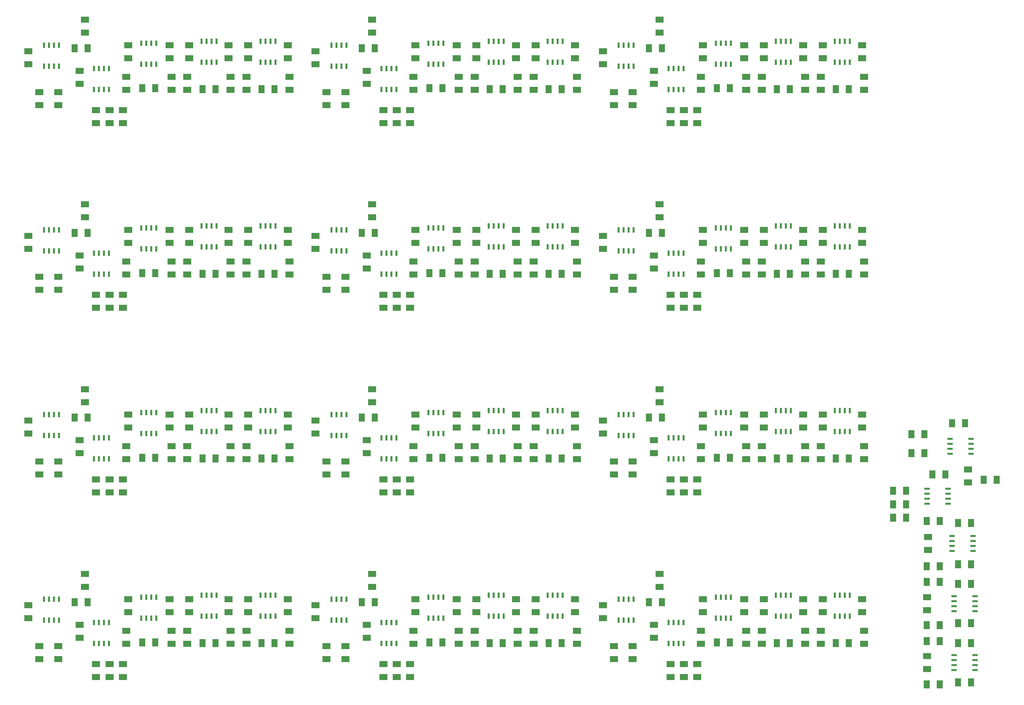
<source format=gtp>
%FSLAX34Y34*%
G04 Gerber Fmt 3.4, Leading zero omitted, Abs format*
G04 (created by PCBNEW (2013-12-18 BZR 4557)-product) date mar 24 dic 2013 13:02:53 CLST*
%MOIN*%
G01*
G70*
G90*
G04 APERTURE LIST*
%ADD10C,0.005906*%
%ADD11R,0.023600X0.055100*%
%ADD12R,0.080000X0.060000*%
%ADD13R,0.060000X0.080000*%
%ADD14R,0.055100X0.023600*%
G04 APERTURE END LIST*
G54D10*
G54D11*
X81415Y-30544D03*
X81415Y-32644D03*
X81915Y-30544D03*
X82415Y-30544D03*
X82915Y-30544D03*
X81915Y-32644D03*
X82415Y-32644D03*
X82915Y-32644D03*
X87320Y-30544D03*
X87320Y-32644D03*
X87820Y-30544D03*
X88320Y-30544D03*
X88820Y-30544D03*
X87820Y-32644D03*
X88320Y-32644D03*
X88820Y-32644D03*
X75391Y-30741D03*
X75391Y-32841D03*
X75891Y-30741D03*
X76391Y-30741D03*
X76891Y-30741D03*
X75891Y-32841D03*
X76391Y-32841D03*
X76891Y-32841D03*
X65667Y-30938D03*
X65667Y-33038D03*
X66167Y-30938D03*
X66667Y-30938D03*
X67167Y-30938D03*
X66167Y-33038D03*
X66667Y-33038D03*
X67167Y-33038D03*
X70667Y-33261D03*
X70667Y-35361D03*
X71167Y-33261D03*
X71667Y-33261D03*
X72167Y-33261D03*
X71167Y-35361D03*
X71667Y-35361D03*
X72167Y-35361D03*
G54D12*
X85905Y-35394D03*
X85905Y-34094D03*
X80000Y-35394D03*
X80000Y-34094D03*
X73897Y-35394D03*
X73897Y-34094D03*
X78425Y-35394D03*
X78425Y-34094D03*
X90236Y-35394D03*
X90236Y-34094D03*
X84330Y-35394D03*
X84330Y-34094D03*
G54D13*
X81515Y-35334D03*
X82815Y-35334D03*
X87420Y-35334D03*
X88720Y-35334D03*
X75491Y-35255D03*
X76791Y-35255D03*
X68720Y-31240D03*
X70020Y-31240D03*
G54D12*
X65196Y-36929D03*
X65196Y-35629D03*
X90039Y-32244D03*
X90039Y-30944D03*
X78228Y-32244D03*
X78228Y-30944D03*
X84133Y-32244D03*
X84133Y-30944D03*
X80196Y-32244D03*
X80196Y-30944D03*
X86102Y-32244D03*
X86102Y-30944D03*
X74094Y-32244D03*
X74094Y-30944D03*
X69763Y-29685D03*
X69763Y-28385D03*
X67086Y-36929D03*
X67086Y-35629D03*
X69212Y-34803D03*
X69212Y-33503D03*
X73543Y-38740D03*
X73543Y-37440D03*
X64094Y-31535D03*
X64094Y-32835D03*
X72204Y-38740D03*
X72204Y-37440D03*
X70866Y-38740D03*
X70866Y-37440D03*
X70866Y-57244D03*
X70866Y-55944D03*
X72204Y-57244D03*
X72204Y-55944D03*
X64094Y-50038D03*
X64094Y-51338D03*
X73543Y-57244D03*
X73543Y-55944D03*
X69212Y-53307D03*
X69212Y-52007D03*
X67086Y-55433D03*
X67086Y-54133D03*
X69763Y-48189D03*
X69763Y-46889D03*
X74094Y-50748D03*
X74094Y-49448D03*
X86102Y-50748D03*
X86102Y-49448D03*
X80196Y-50748D03*
X80196Y-49448D03*
X84133Y-50748D03*
X84133Y-49448D03*
X78228Y-50748D03*
X78228Y-49448D03*
X90039Y-50748D03*
X90039Y-49448D03*
X65196Y-55433D03*
X65196Y-54133D03*
G54D13*
X68720Y-49744D03*
X70020Y-49744D03*
X75491Y-53759D03*
X76791Y-53759D03*
X87420Y-53838D03*
X88720Y-53838D03*
X81515Y-53838D03*
X82815Y-53838D03*
G54D12*
X84330Y-53898D03*
X84330Y-52598D03*
X90236Y-53898D03*
X90236Y-52598D03*
X78425Y-53898D03*
X78425Y-52598D03*
X73897Y-53898D03*
X73897Y-52598D03*
X80000Y-53898D03*
X80000Y-52598D03*
X85905Y-53898D03*
X85905Y-52598D03*
G54D11*
X70667Y-51764D03*
X70667Y-53864D03*
X71167Y-51764D03*
X71667Y-51764D03*
X72167Y-51764D03*
X71167Y-53864D03*
X71667Y-53864D03*
X72167Y-53864D03*
X65667Y-49442D03*
X65667Y-51542D03*
X66167Y-49442D03*
X66667Y-49442D03*
X67167Y-49442D03*
X66167Y-51542D03*
X66667Y-51542D03*
X67167Y-51542D03*
X75391Y-49245D03*
X75391Y-51345D03*
X75891Y-49245D03*
X76391Y-49245D03*
X76891Y-49245D03*
X75891Y-51345D03*
X76391Y-51345D03*
X76891Y-51345D03*
X87320Y-49048D03*
X87320Y-51148D03*
X87820Y-49048D03*
X88320Y-49048D03*
X88820Y-49048D03*
X87820Y-51148D03*
X88320Y-51148D03*
X88820Y-51148D03*
X81415Y-49048D03*
X81415Y-51148D03*
X81915Y-49048D03*
X82415Y-49048D03*
X82915Y-49048D03*
X81915Y-51148D03*
X82415Y-51148D03*
X82915Y-51148D03*
G54D12*
X70866Y-20236D03*
X70866Y-18936D03*
X72204Y-20236D03*
X72204Y-18936D03*
X64094Y-13031D03*
X64094Y-14331D03*
X73543Y-20236D03*
X73543Y-18936D03*
X69212Y-16299D03*
X69212Y-14999D03*
X67086Y-18425D03*
X67086Y-17125D03*
X69763Y-11181D03*
X69763Y-9881D03*
X74094Y-13740D03*
X74094Y-12440D03*
X86102Y-13740D03*
X86102Y-12440D03*
X80196Y-13740D03*
X80196Y-12440D03*
X84133Y-13740D03*
X84133Y-12440D03*
X78228Y-13740D03*
X78228Y-12440D03*
X90039Y-13740D03*
X90039Y-12440D03*
X65196Y-18425D03*
X65196Y-17125D03*
G54D13*
X68720Y-12736D03*
X70020Y-12736D03*
X75491Y-16751D03*
X76791Y-16751D03*
X87420Y-16830D03*
X88720Y-16830D03*
X81515Y-16830D03*
X82815Y-16830D03*
G54D12*
X84330Y-16890D03*
X84330Y-15590D03*
X90236Y-16890D03*
X90236Y-15590D03*
X78425Y-16890D03*
X78425Y-15590D03*
X73897Y-16890D03*
X73897Y-15590D03*
X80000Y-16890D03*
X80000Y-15590D03*
X85905Y-16890D03*
X85905Y-15590D03*
G54D11*
X70667Y-14757D03*
X70667Y-16857D03*
X71167Y-14757D03*
X71667Y-14757D03*
X72167Y-14757D03*
X71167Y-16857D03*
X71667Y-16857D03*
X72167Y-16857D03*
X65667Y-12434D03*
X65667Y-14534D03*
X66167Y-12434D03*
X66667Y-12434D03*
X67167Y-12434D03*
X66167Y-14534D03*
X66667Y-14534D03*
X67167Y-14534D03*
X75391Y-12237D03*
X75391Y-14337D03*
X75891Y-12237D03*
X76391Y-12237D03*
X76891Y-12237D03*
X75891Y-14337D03*
X76391Y-14337D03*
X76891Y-14337D03*
X87320Y-12040D03*
X87320Y-14140D03*
X87820Y-12040D03*
X88320Y-12040D03*
X88820Y-12040D03*
X87820Y-14140D03*
X88320Y-14140D03*
X88820Y-14140D03*
X81415Y-12040D03*
X81415Y-14140D03*
X81915Y-12040D03*
X82415Y-12040D03*
X82915Y-12040D03*
X81915Y-14140D03*
X82415Y-14140D03*
X82915Y-14140D03*
G54D13*
X93149Y-57086D03*
X94449Y-57086D03*
X93149Y-58425D03*
X94449Y-58425D03*
X100354Y-50314D03*
X99054Y-50314D03*
X93149Y-59763D03*
X94449Y-59763D03*
X97086Y-55433D03*
X98386Y-55433D03*
X94960Y-53307D03*
X96260Y-53307D03*
X102204Y-55984D03*
X103504Y-55984D03*
X99645Y-60314D03*
X100945Y-60314D03*
X99645Y-72322D03*
X100945Y-72322D03*
X99645Y-66417D03*
X100945Y-66417D03*
X99645Y-70354D03*
X100945Y-70354D03*
X99645Y-64448D03*
X100945Y-64448D03*
X99645Y-76259D03*
X100945Y-76259D03*
X94960Y-51417D03*
X96260Y-51417D03*
G54D12*
X100649Y-54940D03*
X100649Y-56240D03*
X96633Y-61712D03*
X96633Y-63012D03*
X96555Y-73641D03*
X96555Y-74941D03*
X96555Y-67735D03*
X96555Y-69035D03*
G54D13*
X96495Y-70551D03*
X97795Y-70551D03*
X96495Y-76456D03*
X97795Y-76456D03*
X96495Y-64645D03*
X97795Y-64645D03*
X96495Y-60118D03*
X97795Y-60118D03*
X96495Y-66220D03*
X97795Y-66220D03*
X96495Y-72125D03*
X97795Y-72125D03*
G54D14*
X98628Y-56887D03*
X96528Y-56887D03*
X98628Y-57387D03*
X98628Y-57887D03*
X98628Y-58387D03*
X96528Y-57387D03*
X96528Y-57887D03*
X96528Y-58387D03*
X100951Y-51887D03*
X98851Y-51887D03*
X100951Y-52387D03*
X100951Y-52887D03*
X100951Y-53387D03*
X98851Y-52387D03*
X98851Y-52887D03*
X98851Y-53387D03*
X101148Y-61612D03*
X99048Y-61612D03*
X101148Y-62112D03*
X101148Y-62612D03*
X101148Y-63112D03*
X99048Y-62112D03*
X99048Y-62612D03*
X99048Y-63112D03*
X101345Y-73541D03*
X99245Y-73541D03*
X101345Y-74041D03*
X101345Y-74541D03*
X101345Y-75041D03*
X99245Y-74041D03*
X99245Y-74541D03*
X99245Y-75041D03*
X101345Y-67635D03*
X99245Y-67635D03*
X101345Y-68135D03*
X101345Y-68635D03*
X101345Y-69135D03*
X99245Y-68135D03*
X99245Y-68635D03*
X99245Y-69135D03*
G54D11*
X81415Y-67552D03*
X81415Y-69652D03*
X81915Y-67552D03*
X82415Y-67552D03*
X82915Y-67552D03*
X81915Y-69652D03*
X82415Y-69652D03*
X82915Y-69652D03*
X87320Y-67552D03*
X87320Y-69652D03*
X87820Y-67552D03*
X88320Y-67552D03*
X88820Y-67552D03*
X87820Y-69652D03*
X88320Y-69652D03*
X88820Y-69652D03*
X75391Y-67749D03*
X75391Y-69849D03*
X75891Y-67749D03*
X76391Y-67749D03*
X76891Y-67749D03*
X75891Y-69849D03*
X76391Y-69849D03*
X76891Y-69849D03*
X65667Y-67946D03*
X65667Y-70046D03*
X66167Y-67946D03*
X66667Y-67946D03*
X67167Y-67946D03*
X66167Y-70046D03*
X66667Y-70046D03*
X67167Y-70046D03*
X70667Y-70268D03*
X70667Y-72368D03*
X71167Y-70268D03*
X71667Y-70268D03*
X72167Y-70268D03*
X71167Y-72368D03*
X71667Y-72368D03*
X72167Y-72368D03*
G54D12*
X85905Y-72401D03*
X85905Y-71101D03*
X80000Y-72401D03*
X80000Y-71101D03*
X73897Y-72401D03*
X73897Y-71101D03*
X78425Y-72401D03*
X78425Y-71101D03*
X90236Y-72401D03*
X90236Y-71101D03*
X84330Y-72401D03*
X84330Y-71101D03*
G54D13*
X81515Y-72342D03*
X82815Y-72342D03*
X87420Y-72342D03*
X88720Y-72342D03*
X75491Y-72263D03*
X76791Y-72263D03*
X68720Y-68248D03*
X70020Y-68248D03*
G54D12*
X65196Y-73937D03*
X65196Y-72637D03*
X90039Y-69252D03*
X90039Y-67952D03*
X78228Y-69252D03*
X78228Y-67952D03*
X84133Y-69252D03*
X84133Y-67952D03*
X80196Y-69252D03*
X80196Y-67952D03*
X86102Y-69252D03*
X86102Y-67952D03*
X74094Y-69252D03*
X74094Y-67952D03*
X69763Y-66693D03*
X69763Y-65393D03*
X67086Y-73937D03*
X67086Y-72637D03*
X69212Y-71811D03*
X69212Y-70511D03*
X73543Y-75748D03*
X73543Y-74448D03*
X64094Y-68542D03*
X64094Y-69842D03*
X72204Y-75748D03*
X72204Y-74448D03*
X70866Y-75748D03*
X70866Y-74448D03*
X13385Y-75748D03*
X13385Y-74448D03*
X14724Y-75748D03*
X14724Y-74448D03*
X6614Y-68542D03*
X6614Y-69842D03*
X16062Y-75748D03*
X16062Y-74448D03*
X11732Y-71811D03*
X11732Y-70511D03*
X9606Y-73937D03*
X9606Y-72637D03*
X12283Y-66693D03*
X12283Y-65393D03*
X16614Y-69252D03*
X16614Y-67952D03*
X28622Y-69252D03*
X28622Y-67952D03*
X22716Y-69252D03*
X22716Y-67952D03*
X26653Y-69252D03*
X26653Y-67952D03*
X20748Y-69252D03*
X20748Y-67952D03*
X32559Y-69252D03*
X32559Y-67952D03*
X7716Y-73937D03*
X7716Y-72637D03*
G54D13*
X11239Y-68248D03*
X12539Y-68248D03*
X18011Y-72263D03*
X19311Y-72263D03*
X29940Y-72342D03*
X31240Y-72342D03*
X24035Y-72342D03*
X25335Y-72342D03*
G54D12*
X26850Y-72401D03*
X26850Y-71101D03*
X32755Y-72401D03*
X32755Y-71101D03*
X20944Y-72401D03*
X20944Y-71101D03*
X16417Y-72401D03*
X16417Y-71101D03*
X22519Y-72401D03*
X22519Y-71101D03*
X28425Y-72401D03*
X28425Y-71101D03*
G54D11*
X13187Y-70268D03*
X13187Y-72368D03*
X13687Y-70268D03*
X14187Y-70268D03*
X14687Y-70268D03*
X13687Y-72368D03*
X14187Y-72368D03*
X14687Y-72368D03*
X8187Y-67946D03*
X8187Y-70046D03*
X8687Y-67946D03*
X9187Y-67946D03*
X9687Y-67946D03*
X8687Y-70046D03*
X9187Y-70046D03*
X9687Y-70046D03*
X17911Y-67749D03*
X17911Y-69849D03*
X18411Y-67749D03*
X18911Y-67749D03*
X19411Y-67749D03*
X18411Y-69849D03*
X18911Y-69849D03*
X19411Y-69849D03*
X29840Y-67552D03*
X29840Y-69652D03*
X30340Y-67552D03*
X30840Y-67552D03*
X31340Y-67552D03*
X30340Y-69652D03*
X30840Y-69652D03*
X31340Y-69652D03*
X23935Y-67552D03*
X23935Y-69652D03*
X24435Y-67552D03*
X24935Y-67552D03*
X25435Y-67552D03*
X24435Y-69652D03*
X24935Y-69652D03*
X25435Y-69652D03*
X52675Y-67552D03*
X52675Y-69652D03*
X53175Y-67552D03*
X53675Y-67552D03*
X54175Y-67552D03*
X53175Y-69652D03*
X53675Y-69652D03*
X54175Y-69652D03*
X58580Y-67552D03*
X58580Y-69652D03*
X59080Y-67552D03*
X59580Y-67552D03*
X60080Y-67552D03*
X59080Y-69652D03*
X59580Y-69652D03*
X60080Y-69652D03*
X46651Y-67749D03*
X46651Y-69849D03*
X47151Y-67749D03*
X47651Y-67749D03*
X48151Y-67749D03*
X47151Y-69849D03*
X47651Y-69849D03*
X48151Y-69849D03*
X36927Y-67946D03*
X36927Y-70046D03*
X37427Y-67946D03*
X37927Y-67946D03*
X38427Y-67946D03*
X37427Y-70046D03*
X37927Y-70046D03*
X38427Y-70046D03*
X41927Y-70268D03*
X41927Y-72368D03*
X42427Y-70268D03*
X42927Y-70268D03*
X43427Y-70268D03*
X42427Y-72368D03*
X42927Y-72368D03*
X43427Y-72368D03*
G54D12*
X57165Y-72401D03*
X57165Y-71101D03*
X51259Y-72401D03*
X51259Y-71101D03*
X45157Y-72401D03*
X45157Y-71101D03*
X49685Y-72401D03*
X49685Y-71101D03*
X61496Y-72401D03*
X61496Y-71101D03*
X55590Y-72401D03*
X55590Y-71101D03*
G54D13*
X52775Y-72342D03*
X54075Y-72342D03*
X58680Y-72342D03*
X59980Y-72342D03*
X46751Y-72263D03*
X48051Y-72263D03*
X39979Y-68248D03*
X41279Y-68248D03*
G54D12*
X36456Y-73937D03*
X36456Y-72637D03*
X61299Y-69252D03*
X61299Y-67952D03*
X49488Y-69252D03*
X49488Y-67952D03*
X55393Y-69252D03*
X55393Y-67952D03*
X51456Y-69252D03*
X51456Y-67952D03*
X57362Y-69252D03*
X57362Y-67952D03*
X45354Y-69252D03*
X45354Y-67952D03*
X41023Y-66693D03*
X41023Y-65393D03*
X38346Y-73937D03*
X38346Y-72637D03*
X40472Y-71811D03*
X40472Y-70511D03*
X44803Y-75748D03*
X44803Y-74448D03*
X35354Y-68542D03*
X35354Y-69842D03*
X43464Y-75748D03*
X43464Y-74448D03*
X42125Y-75748D03*
X42125Y-74448D03*
G54D11*
X52675Y-30544D03*
X52675Y-32644D03*
X53175Y-30544D03*
X53675Y-30544D03*
X54175Y-30544D03*
X53175Y-32644D03*
X53675Y-32644D03*
X54175Y-32644D03*
X58580Y-30544D03*
X58580Y-32644D03*
X59080Y-30544D03*
X59580Y-30544D03*
X60080Y-30544D03*
X59080Y-32644D03*
X59580Y-32644D03*
X60080Y-32644D03*
X46651Y-30741D03*
X46651Y-32841D03*
X47151Y-30741D03*
X47651Y-30741D03*
X48151Y-30741D03*
X47151Y-32841D03*
X47651Y-32841D03*
X48151Y-32841D03*
X36927Y-30938D03*
X36927Y-33038D03*
X37427Y-30938D03*
X37927Y-30938D03*
X38427Y-30938D03*
X37427Y-33038D03*
X37927Y-33038D03*
X38427Y-33038D03*
X41927Y-33261D03*
X41927Y-35361D03*
X42427Y-33261D03*
X42927Y-33261D03*
X43427Y-33261D03*
X42427Y-35361D03*
X42927Y-35361D03*
X43427Y-35361D03*
G54D12*
X57165Y-35394D03*
X57165Y-34094D03*
X51259Y-35394D03*
X51259Y-34094D03*
X45157Y-35394D03*
X45157Y-34094D03*
X49685Y-35394D03*
X49685Y-34094D03*
X61496Y-35394D03*
X61496Y-34094D03*
X55590Y-35394D03*
X55590Y-34094D03*
G54D13*
X52775Y-35334D03*
X54075Y-35334D03*
X58680Y-35334D03*
X59980Y-35334D03*
X46751Y-35255D03*
X48051Y-35255D03*
X39979Y-31240D03*
X41279Y-31240D03*
G54D12*
X36456Y-36929D03*
X36456Y-35629D03*
X61299Y-32244D03*
X61299Y-30944D03*
X49488Y-32244D03*
X49488Y-30944D03*
X55393Y-32244D03*
X55393Y-30944D03*
X51456Y-32244D03*
X51456Y-30944D03*
X57362Y-32244D03*
X57362Y-30944D03*
X45354Y-32244D03*
X45354Y-30944D03*
X41023Y-29685D03*
X41023Y-28385D03*
X38346Y-36929D03*
X38346Y-35629D03*
X40472Y-34803D03*
X40472Y-33503D03*
X44803Y-38740D03*
X44803Y-37440D03*
X35354Y-31535D03*
X35354Y-32835D03*
X43464Y-38740D03*
X43464Y-37440D03*
X42125Y-38740D03*
X42125Y-37440D03*
X42125Y-57244D03*
X42125Y-55944D03*
X43464Y-57244D03*
X43464Y-55944D03*
X35354Y-50038D03*
X35354Y-51338D03*
X44803Y-57244D03*
X44803Y-55944D03*
X40472Y-53307D03*
X40472Y-52007D03*
X38346Y-55433D03*
X38346Y-54133D03*
X41023Y-48189D03*
X41023Y-46889D03*
X45354Y-50748D03*
X45354Y-49448D03*
X57362Y-50748D03*
X57362Y-49448D03*
X51456Y-50748D03*
X51456Y-49448D03*
X55393Y-50748D03*
X55393Y-49448D03*
X49488Y-50748D03*
X49488Y-49448D03*
X61299Y-50748D03*
X61299Y-49448D03*
X36456Y-55433D03*
X36456Y-54133D03*
G54D13*
X39979Y-49744D03*
X41279Y-49744D03*
X46751Y-53759D03*
X48051Y-53759D03*
X58680Y-53838D03*
X59980Y-53838D03*
X52775Y-53838D03*
X54075Y-53838D03*
G54D12*
X55590Y-53898D03*
X55590Y-52598D03*
X61496Y-53898D03*
X61496Y-52598D03*
X49685Y-53898D03*
X49685Y-52598D03*
X45157Y-53898D03*
X45157Y-52598D03*
X51259Y-53898D03*
X51259Y-52598D03*
X57165Y-53898D03*
X57165Y-52598D03*
G54D11*
X41927Y-51764D03*
X41927Y-53864D03*
X42427Y-51764D03*
X42927Y-51764D03*
X43427Y-51764D03*
X42427Y-53864D03*
X42927Y-53864D03*
X43427Y-53864D03*
X36927Y-49442D03*
X36927Y-51542D03*
X37427Y-49442D03*
X37927Y-49442D03*
X38427Y-49442D03*
X37427Y-51542D03*
X37927Y-51542D03*
X38427Y-51542D03*
X46651Y-49245D03*
X46651Y-51345D03*
X47151Y-49245D03*
X47651Y-49245D03*
X48151Y-49245D03*
X47151Y-51345D03*
X47651Y-51345D03*
X48151Y-51345D03*
X58580Y-49048D03*
X58580Y-51148D03*
X59080Y-49048D03*
X59580Y-49048D03*
X60080Y-49048D03*
X59080Y-51148D03*
X59580Y-51148D03*
X60080Y-51148D03*
X52675Y-49048D03*
X52675Y-51148D03*
X53175Y-49048D03*
X53675Y-49048D03*
X54175Y-49048D03*
X53175Y-51148D03*
X53675Y-51148D03*
X54175Y-51148D03*
G54D12*
X42125Y-20236D03*
X42125Y-18936D03*
X43464Y-20236D03*
X43464Y-18936D03*
X35354Y-13031D03*
X35354Y-14331D03*
X44803Y-20236D03*
X44803Y-18936D03*
X40472Y-16299D03*
X40472Y-14999D03*
X38346Y-18425D03*
X38346Y-17125D03*
X41023Y-11181D03*
X41023Y-9881D03*
X45354Y-13740D03*
X45354Y-12440D03*
X57362Y-13740D03*
X57362Y-12440D03*
X51456Y-13740D03*
X51456Y-12440D03*
X55393Y-13740D03*
X55393Y-12440D03*
X49488Y-13740D03*
X49488Y-12440D03*
X61299Y-13740D03*
X61299Y-12440D03*
X36456Y-18425D03*
X36456Y-17125D03*
G54D13*
X39979Y-12736D03*
X41279Y-12736D03*
X46751Y-16751D03*
X48051Y-16751D03*
X58680Y-16830D03*
X59980Y-16830D03*
X52775Y-16830D03*
X54075Y-16830D03*
G54D12*
X55590Y-16890D03*
X55590Y-15590D03*
X61496Y-16890D03*
X61496Y-15590D03*
X49685Y-16890D03*
X49685Y-15590D03*
X45157Y-16890D03*
X45157Y-15590D03*
X51259Y-16890D03*
X51259Y-15590D03*
X57165Y-16890D03*
X57165Y-15590D03*
G54D11*
X41927Y-14757D03*
X41927Y-16857D03*
X42427Y-14757D03*
X42927Y-14757D03*
X43427Y-14757D03*
X42427Y-16857D03*
X42927Y-16857D03*
X43427Y-16857D03*
X36927Y-12434D03*
X36927Y-14534D03*
X37427Y-12434D03*
X37927Y-12434D03*
X38427Y-12434D03*
X37427Y-14534D03*
X37927Y-14534D03*
X38427Y-14534D03*
X46651Y-12237D03*
X46651Y-14337D03*
X47151Y-12237D03*
X47651Y-12237D03*
X48151Y-12237D03*
X47151Y-14337D03*
X47651Y-14337D03*
X48151Y-14337D03*
X58580Y-12040D03*
X58580Y-14140D03*
X59080Y-12040D03*
X59580Y-12040D03*
X60080Y-12040D03*
X59080Y-14140D03*
X59580Y-14140D03*
X60080Y-14140D03*
X52675Y-12040D03*
X52675Y-14140D03*
X53175Y-12040D03*
X53675Y-12040D03*
X54175Y-12040D03*
X53175Y-14140D03*
X53675Y-14140D03*
X54175Y-14140D03*
X23935Y-12040D03*
X23935Y-14140D03*
X24435Y-12040D03*
X24935Y-12040D03*
X25435Y-12040D03*
X24435Y-14140D03*
X24935Y-14140D03*
X25435Y-14140D03*
X29840Y-12040D03*
X29840Y-14140D03*
X30340Y-12040D03*
X30840Y-12040D03*
X31340Y-12040D03*
X30340Y-14140D03*
X30840Y-14140D03*
X31340Y-14140D03*
X17911Y-12237D03*
X17911Y-14337D03*
X18411Y-12237D03*
X18911Y-12237D03*
X19411Y-12237D03*
X18411Y-14337D03*
X18911Y-14337D03*
X19411Y-14337D03*
X8187Y-12434D03*
X8187Y-14534D03*
X8687Y-12434D03*
X9187Y-12434D03*
X9687Y-12434D03*
X8687Y-14534D03*
X9187Y-14534D03*
X9687Y-14534D03*
X13187Y-14757D03*
X13187Y-16857D03*
X13687Y-14757D03*
X14187Y-14757D03*
X14687Y-14757D03*
X13687Y-16857D03*
X14187Y-16857D03*
X14687Y-16857D03*
G54D12*
X28425Y-16890D03*
X28425Y-15590D03*
X22519Y-16890D03*
X22519Y-15590D03*
X16417Y-16890D03*
X16417Y-15590D03*
X20944Y-16890D03*
X20944Y-15590D03*
X32755Y-16890D03*
X32755Y-15590D03*
X26850Y-16890D03*
X26850Y-15590D03*
G54D13*
X24035Y-16830D03*
X25335Y-16830D03*
X29940Y-16830D03*
X31240Y-16830D03*
X18011Y-16751D03*
X19311Y-16751D03*
X11239Y-12736D03*
X12539Y-12736D03*
G54D12*
X7716Y-18425D03*
X7716Y-17125D03*
X32559Y-13740D03*
X32559Y-12440D03*
X20748Y-13740D03*
X20748Y-12440D03*
X26653Y-13740D03*
X26653Y-12440D03*
X22716Y-13740D03*
X22716Y-12440D03*
X28622Y-13740D03*
X28622Y-12440D03*
X16614Y-13740D03*
X16614Y-12440D03*
X12283Y-11181D03*
X12283Y-9881D03*
X9606Y-18425D03*
X9606Y-17125D03*
X11732Y-16299D03*
X11732Y-14999D03*
X16062Y-20236D03*
X16062Y-18936D03*
X6614Y-13031D03*
X6614Y-14331D03*
X14724Y-20236D03*
X14724Y-18936D03*
X13385Y-20236D03*
X13385Y-18936D03*
G54D11*
X23935Y-49048D03*
X23935Y-51148D03*
X24435Y-49048D03*
X24935Y-49048D03*
X25435Y-49048D03*
X24435Y-51148D03*
X24935Y-51148D03*
X25435Y-51148D03*
X29840Y-49048D03*
X29840Y-51148D03*
X30340Y-49048D03*
X30840Y-49048D03*
X31340Y-49048D03*
X30340Y-51148D03*
X30840Y-51148D03*
X31340Y-51148D03*
X17911Y-49245D03*
X17911Y-51345D03*
X18411Y-49245D03*
X18911Y-49245D03*
X19411Y-49245D03*
X18411Y-51345D03*
X18911Y-51345D03*
X19411Y-51345D03*
X8187Y-49442D03*
X8187Y-51542D03*
X8687Y-49442D03*
X9187Y-49442D03*
X9687Y-49442D03*
X8687Y-51542D03*
X9187Y-51542D03*
X9687Y-51542D03*
X13187Y-51764D03*
X13187Y-53864D03*
X13687Y-51764D03*
X14187Y-51764D03*
X14687Y-51764D03*
X13687Y-53864D03*
X14187Y-53864D03*
X14687Y-53864D03*
G54D12*
X28425Y-53898D03*
X28425Y-52598D03*
X22519Y-53898D03*
X22519Y-52598D03*
X16417Y-53898D03*
X16417Y-52598D03*
X20944Y-53898D03*
X20944Y-52598D03*
X32755Y-53898D03*
X32755Y-52598D03*
X26850Y-53898D03*
X26850Y-52598D03*
G54D13*
X24035Y-53838D03*
X25335Y-53838D03*
X29940Y-53838D03*
X31240Y-53838D03*
X18011Y-53759D03*
X19311Y-53759D03*
X11239Y-49744D03*
X12539Y-49744D03*
G54D12*
X7716Y-55433D03*
X7716Y-54133D03*
X32559Y-50748D03*
X32559Y-49448D03*
X20748Y-50748D03*
X20748Y-49448D03*
X26653Y-50748D03*
X26653Y-49448D03*
X22716Y-50748D03*
X22716Y-49448D03*
X28622Y-50748D03*
X28622Y-49448D03*
X16614Y-50748D03*
X16614Y-49448D03*
X12283Y-48189D03*
X12283Y-46889D03*
X9606Y-55433D03*
X9606Y-54133D03*
X11732Y-53307D03*
X11732Y-52007D03*
X16062Y-57244D03*
X16062Y-55944D03*
X6614Y-50038D03*
X6614Y-51338D03*
X14724Y-57244D03*
X14724Y-55944D03*
X13385Y-57244D03*
X13385Y-55944D03*
X13385Y-38740D03*
X13385Y-37440D03*
X14724Y-38740D03*
X14724Y-37440D03*
X6614Y-31535D03*
X6614Y-32835D03*
X16062Y-38740D03*
X16062Y-37440D03*
X11732Y-34803D03*
X11732Y-33503D03*
X9606Y-36929D03*
X9606Y-35629D03*
X12283Y-29685D03*
X12283Y-28385D03*
X16614Y-32244D03*
X16614Y-30944D03*
X28622Y-32244D03*
X28622Y-30944D03*
X22716Y-32244D03*
X22716Y-30944D03*
X26653Y-32244D03*
X26653Y-30944D03*
X20748Y-32244D03*
X20748Y-30944D03*
X32559Y-32244D03*
X32559Y-30944D03*
X7716Y-36929D03*
X7716Y-35629D03*
G54D13*
X11239Y-31240D03*
X12539Y-31240D03*
X18011Y-35255D03*
X19311Y-35255D03*
X29940Y-35334D03*
X31240Y-35334D03*
X24035Y-35334D03*
X25335Y-35334D03*
G54D12*
X26850Y-35394D03*
X26850Y-34094D03*
X32755Y-35394D03*
X32755Y-34094D03*
X20944Y-35394D03*
X20944Y-34094D03*
X16417Y-35394D03*
X16417Y-34094D03*
X22519Y-35394D03*
X22519Y-34094D03*
X28425Y-35394D03*
X28425Y-34094D03*
G54D11*
X13187Y-33261D03*
X13187Y-35361D03*
X13687Y-33261D03*
X14187Y-33261D03*
X14687Y-33261D03*
X13687Y-35361D03*
X14187Y-35361D03*
X14687Y-35361D03*
X8187Y-30938D03*
X8187Y-33038D03*
X8687Y-30938D03*
X9187Y-30938D03*
X9687Y-30938D03*
X8687Y-33038D03*
X9187Y-33038D03*
X9687Y-33038D03*
X17911Y-30741D03*
X17911Y-32841D03*
X18411Y-30741D03*
X18911Y-30741D03*
X19411Y-30741D03*
X18411Y-32841D03*
X18911Y-32841D03*
X19411Y-32841D03*
X29840Y-30544D03*
X29840Y-32644D03*
X30340Y-30544D03*
X30840Y-30544D03*
X31340Y-30544D03*
X30340Y-32644D03*
X30840Y-32644D03*
X31340Y-32644D03*
X23935Y-30544D03*
X23935Y-32644D03*
X24435Y-30544D03*
X24935Y-30544D03*
X25435Y-30544D03*
X24435Y-32644D03*
X24935Y-32644D03*
X25435Y-32644D03*
M02*

</source>
